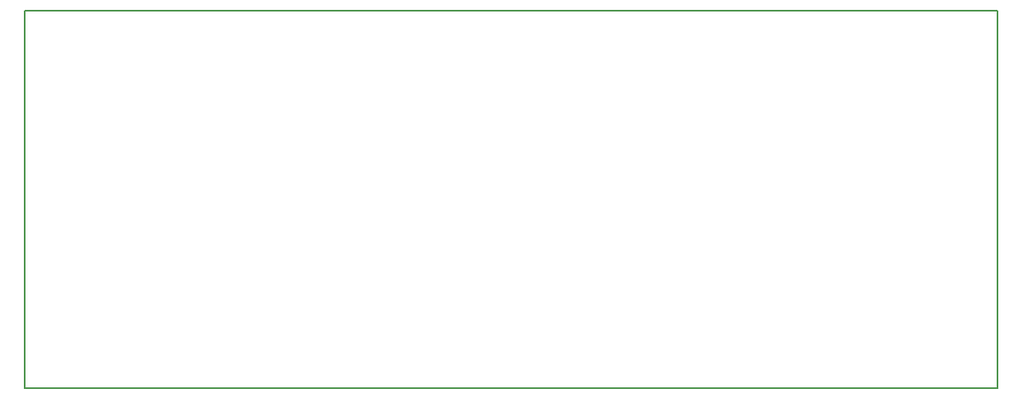
<source format=gbr>
%TF.GenerationSoftware,KiCad,Pcbnew,(6.0.0-0)*%
%TF.CreationDate,2022-12-13T21:11:07-05:00*%
%TF.ProjectId,power-module,706f7765-722d-46d6-9f64-756c652e6b69,rev?*%
%TF.SameCoordinates,Original*%
%TF.FileFunction,Profile,NP*%
%FSLAX46Y46*%
G04 Gerber Fmt 4.6, Leading zero omitted, Abs format (unit mm)*
G04 Created by KiCad (PCBNEW (6.0.0-0)) date 2022-12-13 21:11:07*
%MOMM*%
%LPD*%
G01*
G04 APERTURE LIST*
%TA.AperFunction,Profile*%
%ADD10C,0.150000*%
%TD*%
G04 APERTURE END LIST*
D10*
X53086000Y-61976000D02*
X153162000Y-61976000D01*
X153162000Y-61976000D02*
X153162000Y-100838000D01*
X153162000Y-100838000D02*
X53086000Y-100838000D01*
X53086000Y-100838000D02*
X53086000Y-61976000D01*
M02*

</source>
